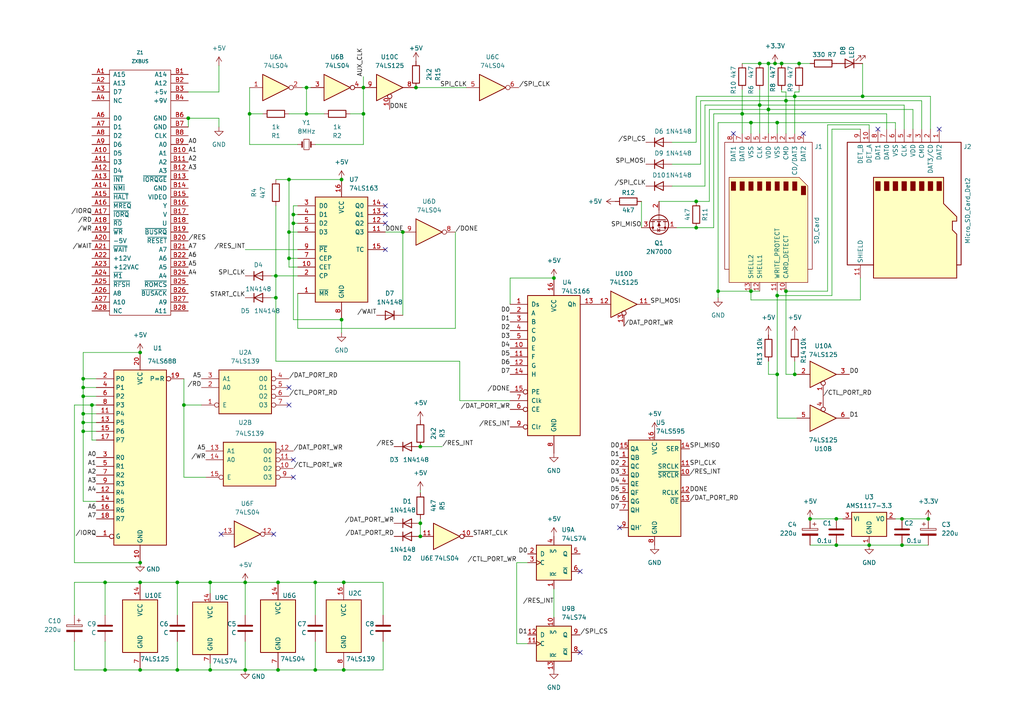
<source format=kicad_sch>
(kicad_sch (version 20230121) (generator eeschema)
  (paper "A4")
  (title_block (title "Hardware version of Z-Controller (SD Card)") (date "2024-08-21") (rev "V 0.1") (company "Mak7ym / 7FFD"))
  (junction (at 24.13 120.015))
  (junction (at 99.06 52.07))
  (junction (at 226.695 18.415))
  (junction (at 230.505 108.585))
  (junction (at 230.505 27.94))
  (junction (at 227.965 29.21))
  (junction (at 231.775 18.415))
  (junction (at 121.92 129.54))
  (junction (at 99.06 92.71))
  (junction (at 269.24 150.495))
  (junction (at 88.9 33.02))
  (junction (at 116.84 67.31))
  (junction (at 71.12 168.91))
  (junction (at 105.41 33.02))
  (junction (at 160.655 80.645))
  (junction (at 222.885 31.75))
  (junction (at 242.57 150.495))
  (junction (at 88.9 25.4))
  (junction (at 80.01 80.01))
  (junction (at 51.435 168.91))
  (junction (at 225.425 108.585))
  (junction (at 51.435 194.31))
  (junction (at 24.13 112.395))
  (junction (at 220.345 18.415))
  (junction (at 234.95 150.495))
  (junction (at 217.805 35.56))
  (junction (at 30.48 194.31))
  (junction (at 71.12 194.31))
  (junction (at 40.64 194.31))
  (junction (at 261.62 150.495))
  (junction (at 80.645 194.31))
  (junction (at 83.82 74.93))
  (junction (at 91.44 194.31))
  (junction (at 201.93 66.04))
  (junction (at 120.65 25.4))
  (junction (at 99.695 168.91))
  (junction (at 242.57 158.115))
  (junction (at 261.62 158.115))
  (junction (at 222.885 18.415))
  (junction (at 121.92 155.575))
  (junction (at 225.425 85.725))
  (junction (at 85.09 62.23))
  (junction (at 24.13 125.095))
  (junction (at 53.34 117.475))
  (junction (at 99.695 194.31))
  (junction (at 85.09 64.77))
  (junction (at 252.095 158.115))
  (junction (at 24.13 109.855))
  (junction (at 227.965 84.455))
  (junction (at 225.425 35.56))
  (junction (at 40.64 163.195))
  (junction (at 83.82 67.31))
  (junction (at 60.96 194.31))
  (junction (at 220.345 30.48))
  (junction (at 40.64 102.235))
  (junction (at 121.92 151.765))
  (junction (at 83.82 52.07))
  (junction (at 208.28 84.455))
  (junction (at 40.64 168.91))
  (junction (at 72.39 33.02))
  (junction (at 24.13 122.555))
  (junction (at 224.79 18.415))
  (junction (at 201.93 58.42))
  (junction (at 215.265 33.02))
  (junction (at 91.44 168.91))
  (junction (at 26.67 117.475))
  (junction (at 60.96 168.91))
  (junction (at 24.13 114.935))
  (junction (at 80.645 168.91))
  (junction (at 105.41 25.4))
  (junction (at 250.19 27.94))
  (junction (at 80.01 86.36))
  (junction (at 54.61 34.29))
  (junction (at 217.805 84.455))
  (junction (at 30.48 168.91))
  (no_connect (at 85.09 138.43))
  (no_connect (at 168.275 189.23))
  (no_connect (at 168.275 165.735))
  (no_connect (at 85.09 133.35))
  (no_connect (at 233.045 38.735))
  (no_connect (at 111.76 64.77))
  (no_connect (at 212.725 38.735))
  (no_connect (at 79.375 154.94))
  (no_connect (at 272.415 37.465))
  (no_connect (at 254.635 37.465))
  (no_connect (at 179.705 153.035))
  (no_connect (at 111.76 72.39))
  (no_connect (at 64.135 154.94))
  (no_connect (at 111.76 62.23))
  (no_connect (at 83.82 112.395))
  (no_connect (at 111.76 59.69))
  (no_connect (at 83.82 117.475))
  (wire (pts (xy 63.5 19.05) (xy 63.5 26.67)))
  (wire (pts (xy 208.28 84.455) (xy 208.28 35.56)))
  (wire (pts (xy 226.695 18.415) (xy 231.775 18.415)))
  (wire (pts (xy 60.96 194.31) (xy 71.12 194.31)))
  (wire (pts (xy 207.01 33.02) (xy 215.265 33.02)))
  (wire (pts (xy 225.425 85.725) (xy 225.425 108.585)))
  (wire (pts (xy 53.34 117.475) (xy 58.42 117.475)))
  (wire (pts (xy 204.47 30.48) (xy 220.345 30.48)))
  (wire (pts (xy 217.805 84.455) (xy 220.345 84.455)))
  (wire (pts (xy 24.13 145.415) (xy 24.13 125.095)))
  (wire (pts (xy 230.505 27.94) (xy 230.505 38.735)))
  (wire (pts (xy 153.035 186.69) (xy 149.86 186.69)))
  (wire (pts (xy 71.12 194.31) (xy 80.645 194.31)))
  (wire (pts (xy 105.41 25.4) (xy 105.41 33.02)))
  (wire (pts (xy 86.36 59.69) (xy 85.09 59.69)))
  (wire (pts (xy 201.93 58.42) (xy 205.74 58.42)))
  (wire (pts (xy 111.125 186.055) (xy 111.125 194.31)))
  (wire (pts (xy 222.885 18.415) (xy 224.79 18.415)))
  (wire (pts (xy 71.12 168.91) (xy 80.645 168.91)))
  (wire (pts (xy 261.62 150.495) (xy 269.24 150.495)))
  (wire (pts (xy 99.06 92.71) (xy 99.06 96.52)))
  (wire (pts (xy 54.61 34.29) (xy 54.61 36.83)))
  (wire (pts (xy 149.86 186.69) (xy 149.86 163.195)))
  (wire (pts (xy 241.3 85.725) (xy 225.425 85.725)))
  (wire (pts (xy 215.265 33.02) (xy 257.175 33.02)))
  (wire (pts (xy 132.08 67.31) (xy 132.08 95.25)))
  (wire (pts (xy 252.095 37.465) (xy 252.095 36.195)))
  (wire (pts (xy 220.345 26.035) (xy 220.345 30.48)))
  (wire (pts (xy 78.74 80.01) (xy 80.01 80.01)))
  (wire (pts (xy 27.94 114.935) (xy 24.13 114.935)))
  (wire (pts (xy 59.69 138.43) (xy 53.34 138.43)))
  (wire (pts (xy 227.965 84.455) (xy 240.03 84.455)))
  (wire (pts (xy 53.34 117.475) (xy 53.34 138.43)))
  (wire (pts (xy 111.76 67.31) (xy 116.84 67.31)))
  (wire (pts (xy 99.06 92.71) (xy 85.09 92.71)))
  (wire (pts (xy 208.28 35.56) (xy 217.805 35.56)))
  (wire (pts (xy 201.93 41.275) (xy 201.93 27.94)))
  (wire (pts (xy 80.645 194.31) (xy 91.44 194.31)))
  (wire (pts (xy 27.94 109.855) (xy 24.13 109.855)))
  (wire (pts (xy 257.175 33.02) (xy 257.175 37.465)))
  (wire (pts (xy 186.055 66.04) (xy 186.055 58.42)))
  (wire (pts (xy 21.59 168.91) (xy 30.48 168.91)))
  (wire (pts (xy 63.5 26.67) (xy 54.61 26.67)))
  (wire (pts (xy 225.425 35.56) (xy 217.805 35.56)))
  (wire (pts (xy 80.01 52.07) (xy 83.82 52.07)))
  (wire (pts (xy 72.39 25.4) (xy 72.39 33.02)))
  (wire (pts (xy 105.41 33.02) (xy 101.6 33.02)))
  (wire (pts (xy 264.795 37.465) (xy 264.795 31.75)))
  (wire (pts (xy 261.62 158.115) (xy 269.24 158.115)))
  (wire (pts (xy 250.19 27.94) (xy 230.505 27.94)))
  (wire (pts (xy 86.36 64.77) (xy 85.09 64.77)))
  (wire (pts (xy 203.2 29.21) (xy 227.965 29.21)))
  (wire (pts (xy 204.47 53.975) (xy 204.47 30.48)))
  (wire (pts (xy 71.12 168.91) (xy 71.12 178.435)))
  (wire (pts (xy 264.795 31.75) (xy 222.885 31.75)))
  (wire (pts (xy 231.775 26.67) (xy 230.505 26.67)))
  (wire (pts (xy 27.94 145.415) (xy 24.13 145.415)))
  (wire (pts (xy 241.3 37.465) (xy 241.3 85.725)))
  (wire (pts (xy 217.805 86.995) (xy 217.805 84.455)))
  (wire (pts (xy 231.775 18.415) (xy 234.95 18.415)))
  (wire (pts (xy 24.13 122.555) (xy 24.13 120.015)))
  (wire (pts (xy 222.885 31.75) (xy 222.885 38.735)))
  (wire (pts (xy 91.44 186.055) (xy 91.44 194.31)))
  (wire (pts (xy 60.96 168.91) (xy 71.12 168.91)))
  (wire (pts (xy 21.59 117.475) (xy 26.67 117.475)))
  (wire (pts (xy 83.82 52.07) (xy 99.06 52.07)))
  (wire (pts (xy 215.265 33.02) (xy 215.265 38.735)))
  (wire (pts (xy 220.345 18.415) (xy 222.885 18.415)))
  (wire (pts (xy 111.125 178.435) (xy 111.125 168.91)))
  (wire (pts (xy 85.09 59.69) (xy 85.09 62.23)))
  (wire (pts (xy 86.36 77.47) (xy 83.82 77.47)))
  (wire (pts (xy 215.265 26.035) (xy 215.265 33.02)))
  (wire (pts (xy 30.48 168.91) (xy 30.48 178.435)))
  (wire (pts (xy 230.505 104.775) (xy 230.505 108.585)))
  (wire (pts (xy 224.79 18.415) (xy 226.695 18.415)))
  (wire (pts (xy 121.92 129.54) (xy 128.27 129.54)))
  (wire (pts (xy 227.965 108.585) (xy 230.505 108.585)))
  (wire (pts (xy 234.95 158.115) (xy 242.57 158.115)))
  (wire (pts (xy 242.57 158.115) (xy 252.095 158.115)))
  (wire (pts (xy 21.59 186.055) (xy 21.59 194.31)))
  (wire (pts (xy 40.64 194.31) (xy 51.435 194.31)))
  (wire (pts (xy 21.59 178.435) (xy 21.59 168.91)))
  (wire (pts (xy 88.9 25.4) (xy 87.63 25.4)))
  (wire (pts (xy 207.01 66.04) (xy 207.01 33.02)))
  (wire (pts (xy 83.82 52.07) (xy 83.82 67.31)))
  (wire (pts (xy 91.44 168.91) (xy 99.695 168.91)))
  (wire (pts (xy 30.48 168.91) (xy 40.64 168.91)))
  (wire (pts (xy 194.945 47.625) (xy 203.2 47.625)))
  (wire (pts (xy 83.82 74.93) (xy 86.36 74.93)))
  (wire (pts (xy 227.965 26.67) (xy 227.965 29.21)))
  (wire (pts (xy 259.715 150.495) (xy 261.62 150.495)))
  (wire (pts (xy 149.86 163.195) (xy 153.035 163.195)))
  (wire (pts (xy 24.13 102.235) (xy 24.13 109.855)))
  (wire (pts (xy 220.345 30.48) (xy 220.345 38.735)))
  (wire (pts (xy 225.425 84.455) (xy 225.425 85.725)))
  (wire (pts (xy 80.01 59.69) (xy 80.01 80.01)))
  (wire (pts (xy 91.44 194.31) (xy 99.695 194.31)))
  (wire (pts (xy 86.36 41.91) (xy 72.39 41.91)))
  (wire (pts (xy 40.64 168.91) (xy 51.435 168.91)))
  (wire (pts (xy 63.5 34.29) (xy 54.61 34.29)))
  (wire (pts (xy 30.48 194.31) (xy 40.64 194.31)))
  (wire (pts (xy 26.67 127.635) (xy 27.94 127.635)))
  (wire (pts (xy 203.2 47.625) (xy 203.2 29.21)))
  (wire (pts (xy 267.335 37.465) (xy 267.335 29.21)))
  (wire (pts (xy 259.715 35.56) (xy 225.425 35.56)))
  (wire (pts (xy 51.435 186.055) (xy 51.435 194.31)))
  (wire (pts (xy 133.35 116.205) (xy 133.35 104.775)))
  (wire (pts (xy 234.95 150.495) (xy 242.57 150.495)))
  (wire (pts (xy 120.65 25.4) (xy 135.255 25.4)))
  (wire (pts (xy 147.955 80.645) (xy 160.655 80.645)))
  (wire (pts (xy 51.435 194.31) (xy 60.96 194.31)))
  (wire (pts (xy 30.48 186.055) (xy 30.48 194.31)))
  (wire (pts (xy 121.92 142.24) (xy 121.92 142.875)))
  (wire (pts (xy 27.94 112.395) (xy 24.13 112.395)))
  (wire (pts (xy 242.57 150.495) (xy 244.475 150.495)))
  (wire (pts (xy 225.425 38.735) (xy 225.425 35.56)))
  (wire (pts (xy 27.94 125.095) (xy 24.13 125.095)))
  (wire (pts (xy 196.215 66.04) (xy 201.93 66.04)))
  (wire (pts (xy 83.82 74.93) (xy 83.82 67.31)))
  (wire (pts (xy 63.5 36.83) (xy 63.5 34.29)))
  (wire (pts (xy 225.425 121.285) (xy 231.14 121.285)))
  (wire (pts (xy 72.39 33.02) (xy 76.2 33.02)))
  (wire (pts (xy 147.955 116.205) (xy 133.35 116.205)))
  (wire (pts (xy 105.41 41.91) (xy 105.41 33.02)))
  (wire (pts (xy 85.09 92.71) (xy 85.09 64.77)))
  (wire (pts (xy 121.92 151.765) (xy 121.92 155.575)))
  (wire (pts (xy 72.39 41.91) (xy 72.39 33.02)))
  (wire (pts (xy 78.74 86.36) (xy 80.01 86.36)))
  (wire (pts (xy 231.775 26.035) (xy 231.775 26.67)))
  (wire (pts (xy 85.09 64.77) (xy 85.09 62.23)))
  (wire (pts (xy 80.01 104.775) (xy 80.01 86.36)))
  (wire (pts (xy 252.095 36.195) (xy 240.03 36.195)))
  (wire (pts (xy 24.13 125.095) (xy 24.13 122.555)))
  (wire (pts (xy 194.945 41.275) (xy 201.93 41.275)))
  (wire (pts (xy 83.82 77.47) (xy 83.82 74.93)))
  (wire (pts (xy 111.125 168.91) (xy 99.695 168.91)))
  (wire (pts (xy 91.44 168.91) (xy 91.44 178.435)))
  (wire (pts (xy 205.74 58.42) (xy 205.74 31.75)))
  (wire (pts (xy 51.435 168.91) (xy 60.96 168.91)))
  (wire (pts (xy 226.695 26.67) (xy 227.965 26.67)))
  (wire (pts (xy 240.03 36.195) (xy 240.03 84.455)))
  (wire (pts (xy 88.9 33.02) (xy 93.98 33.02)))
  (wire (pts (xy 259.715 37.465) (xy 259.715 35.56)))
  (wire (pts (xy 51.435 168.91) (xy 51.435 178.435)))
  (wire (pts (xy 215.265 18.415) (xy 220.345 18.415)))
  (wire (pts (xy 230.505 26.67) (xy 230.505 27.94)))
  (wire (pts (xy 201.93 66.04) (xy 207.01 66.04)))
  (wire (pts (xy 24.13 120.015) (xy 27.94 120.015)))
  (wire (pts (xy 262.255 37.465) (xy 262.255 30.48)))
  (wire (pts (xy 40.64 102.235) (xy 24.13 102.235)))
  (wire (pts (xy 121.92 150.495) (xy 121.92 151.765)))
  (wire (pts (xy 88.9 25.4) (xy 88.9 33.02)))
  (wire (pts (xy 191.135 58.42) (xy 201.93 58.42)))
  (wire (pts (xy 249.555 37.465) (xy 241.3 37.465)))
  (wire (pts (xy 230.505 108.585) (xy 231.14 108.585)))
  (wire (pts (xy 208.28 84.455) (xy 217.805 84.455)))
  (wire (pts (xy 24.13 112.395) (xy 24.13 114.935)))
  (wire (pts (xy 71.12 72.39) (xy 86.36 72.39)))
  (wire (pts (xy 53.34 109.855) (xy 53.34 117.475)))
  (wire (pts (xy 24.13 122.555) (xy 27.94 122.555)))
  (wire (pts (xy 91.44 41.91) (xy 105.41 41.91)))
  (wire (pts (xy 222.885 18.415) (xy 222.885 31.75)))
  (wire (pts (xy 24.13 114.935) (xy 24.13 120.015)))
  (wire (pts (xy 116.84 91.44) (xy 116.84 67.31)))
  (wire (pts (xy 60.96 172.085) (xy 60.96 168.91)))
  (wire (pts (xy 249.555 86.995) (xy 217.805 86.995)))
  (wire (pts (xy 217.805 35.56) (xy 217.805 38.735)))
  (wire (pts (xy 105.41 22.225) (xy 105.41 25.4)))
  (wire (pts (xy 26.67 117.475) (xy 26.67 127.635)))
  (wire (pts (xy 80.645 168.91) (xy 91.44 168.91)))
  (wire (pts (xy 90.17 25.4) (xy 88.9 25.4)))
  (wire (pts (xy 80.01 86.36) (xy 80.01 80.01)))
  (wire (pts (xy 194.945 53.975) (xy 204.47 53.975)))
  (wire (pts (xy 24.13 109.855) (xy 24.13 112.395)))
  (wire (pts (xy 262.255 30.48) (xy 220.345 30.48)))
  (wire (pts (xy 27.94 117.475) (xy 26.67 117.475)))
  (wire (pts (xy 80.01 80.01) (xy 86.36 80.01)))
  (wire (pts (xy 250.19 27.94) (xy 269.875 27.94)))
  (wire (pts (xy 208.28 86.36) (xy 208.28 84.455)))
  (wire (pts (xy 225.425 108.585) (xy 225.425 121.285)))
  (wire (pts (xy 226.695 26.035) (xy 226.695 26.67)))
  (wire (pts (xy 132.08 95.25) (xy 86.36 95.25)))
  (wire (pts (xy 111.125 194.31) (xy 99.695 194.31)))
  (wire (pts (xy 222.885 108.585) (xy 222.885 104.775)))
  (wire (pts (xy 60.96 192.405) (xy 60.96 194.31)))
  (wire (pts (xy 201.93 27.94) (xy 230.505 27.94)))
  (wire (pts (xy 249.555 80.645) (xy 249.555 86.995)))
  (wire (pts (xy 85.09 62.23) (xy 86.36 62.23)))
  (wire (pts (xy 267.335 29.21) (xy 227.965 29.21)))
  (wire (pts (xy 86.36 67.31) (xy 83.82 67.31)))
  (wire (pts (xy 222.885 108.585) (xy 225.425 108.585)))
  (wire (pts (xy 205.74 31.75) (xy 222.885 31.75)))
  (wire (pts (xy 252.095 158.115) (xy 261.62 158.115)))
  (wire (pts (xy 269.875 27.94) (xy 269.875 37.465)))
  (wire (pts (xy 71.12 186.055) (xy 71.12 194.31)))
  (wire (pts (xy 227.965 29.21) (xy 227.965 38.735)))
  (wire (pts (xy 83.82 33.02) (xy 88.9 33.02)))
  (wire (pts (xy 21.59 194.31) (xy 30.48 194.31)))
  (wire (pts (xy 21.59 163.195) (xy 21.59 117.475)))
  (wire (pts (xy 133.35 104.775) (xy 80.01 104.775)))
  (wire (pts (xy 86.36 95.25) (xy 86.36 85.09)))
  (wire (pts (xy 147.955 88.265) (xy 147.955 80.645)))
  (wire (pts (xy 40.64 163.195) (xy 21.59 163.195)))
  (wire (pts (xy 250.19 18.415) (xy 250.19 27.94)))
  (wire (pts (xy 227.965 84.455) (xy 227.965 108.585)))
  (wire (pts (xy 160.655 170.815) (xy 160.655 179.07)))
  (label "{slash}DAT_PORT_RD" (at 83.82 109.855 0))
  (label "SPI_MISO" (at 200.025 130.175 0))
  (label "SPI_MOSI" (at 188.595 88.265 0))
  (label "D0" (at 153.035 160.655 180))
  (label "A5" (at 54.61 77.47 0))
  (label "{slash}RES_INT" (at 200.025 137.795 0))
  (label "D4" (at 179.705 140.335 180))
  (label "{slash}RES_INT" (at 71.12 72.39 180))
  (label "D1" (at 179.705 132.715 180))
  (label "{slash}IORQ" (at 26.67 62.23 180))
  (label "A5" (at 58.42 109.855 180))
  (label "A1" (at 27.94 135.255 180))
  (label "{slash}DAT_PORT_RD" (at 200.025 145.415 0))
  (label "D4" (at 147.955 100.965 180))
  (label "D2" (at 147.955 95.885 180))
  (label "DONE" (at 111.76 67.31 0))
  (label "{slash}RES" (at 114.3 129.54 180))
  (label "A3" (at 27.94 140.335 180))
  (label "A0" (at 27.94 132.715 180))
  (label "D0" (at 147.955 90.805 180))
  (label "D7" (at 147.955 108.585 180))
  (label "{slash}RES_INT" (at 147.955 123.825 180))
  (label "D6" (at 147.955 106.045 180))
  (label "{slash}DAT_PORT_WR" (at 147.955 118.745 180))
  (label "{slash}WAIT" (at 109.22 91.44 180))
  (label "{slash}WR" (at 59.69 133.35 180))
  (label "D1" (at 153.035 184.15 180))
  (label "{slash}DAT_PORT_RD" (at 114.3 155.575 180))
  (label "{slash}DONE" (at 132.08 67.31 0))
  (label "D1" (at 147.955 93.345 180))
  (label "{slash}RES_INT" (at 160.655 175.26 180))
  (label "A6" (at 27.94 147.955 180))
  (label "D0" (at 246.38 108.585 0))
  (label "{slash}DONE" (at 147.955 113.665 180))
  (label "D6" (at 179.705 145.415 180))
  (label "D3" (at 179.705 137.795 180))
  (label "A7" (at 54.61 72.39 0))
  (label "{slash}WR" (at 26.67 67.31 180))
  (label "{slash}CTL_PORT_RD" (at 238.76 114.935 0))
  (label "{slash}SPI_CS" (at 187.325 41.275 180))
  (label "{slash}CTL_PORT_WR" (at 85.09 135.89 0))
  (label "{slash}IORQ" (at 27.94 155.575 180))
  (label "SPI_CLK" (at 200.025 135.255 0))
  (label "{slash}CTL_PORT_RD" (at 83.82 114.935 0))
  (label "D2" (at 179.705 135.255 180))
  (label "A0" (at 54.61 41.91 0))
  (label "{slash}RD" (at 26.67 64.77 180))
  (label "A6" (at 54.61 74.93 0))
  (label "A5" (at 59.69 130.81 180))
  (label "SPI_MISO" (at 186.055 66.04 180))
  (label "DONE" (at 200.025 142.875 0))
  (label "{slash}SPI_CS" (at 168.275 184.15 0))
  (label "A3" (at 54.61 49.53 0))
  (label "{slash}DAT_PORT_WR" (at 114.3 151.765 180))
  (label "{slash}SPI_CLK" (at 150.495 25.4 0))
  (label "A2" (at 54.61 46.99 0))
  (label "{slash}SPI_CLK" (at 187.325 53.975 180))
  (label "SPI_MOSI" (at 187.325 47.625 180))
  (label "{slash}CTL_PORT_WR" (at 149.86 163.195 180))
  (label "D5" (at 147.955 103.505 180))
  (label "AUX_CLK" (at 105.41 22.225 90))
  (label "{slash}RES_INT" (at 128.27 129.54 0))
  (label "SPI_CLK" (at 71.12 80.01 180))
  (label "A4" (at 54.61 80.01 0))
  (label "D7" (at 179.705 147.955 180))
  (label "START_CLK" (at 137.16 155.575 0))
  (label "DONE" (at 113.03 31.75 0))
  (label "{slash}RES" (at 54.61 69.85 0))
  (label "D1" (at 246.38 121.285 0))
  (label "{slash}DAT_PORT_WR" (at 180.975 94.615 0))
  (label "A1" (at 54.61 44.45 0))
  (label "A7" (at 27.94 150.495 180))
  (label "{slash}DAT_PORT_WR" (at 85.09 130.81 0))
  (label "SPI_CLK" (at 127.635 25.4 0))
  (label "D5" (at 179.705 142.875 180))
  (label "A4" (at 27.94 142.875 180))
  (label "A2" (at 27.94 137.795 180))
  (label "{slash}RD" (at 58.42 112.395 180))
  (label "{slash}WAIT" (at 26.67 72.39 180))
  (label "START_CLK" (at 71.12 86.36 180))
  (label "D3" (at 147.955 98.425 180))
  (label "D0" (at 179.705 130.175 180))
  (symbol (lib_id "power:+5V") (at 178.435 58.42 90) (unit 1)
    (property "Reference" "#PWR015" (effects hide))
    (property "Value" "+5V" (at 174.625 58.42 90) (effects (justify left)))
  )
  (symbol (lib_id "power:GND") (at 63.5 36.83 0) (unit 1)
    (property "Reference" "#PWR02" (effects hide))
    (property "Value" "GND" (at 63.5 41.91 0))
  )
  (symbol (lib_id "74xx:74LS125") (at 238.76 108.585 0) (unit 1)
    (property "Reference" "U10" (at 238.76 100.33 0))
    (property "Value" "74LS125" (at 238.76 102.87 0))
    (property "Datasheet" "http://www.ti.com/lit/gpn/sn74LS125" (effects hide))
  )
  (symbol (lib_id "Connector:Micro_SD_Card_Det2") (at 262.255 60.325 270) (unit 1)
    (property "Reference" "J2" (at 279.4 42.545 90) (effects (justify left)))
    (property "Value" "Micro_SD_Card_Det2" (at 280.67 51.435 0) (effects (justify left)))
    (property "Datasheet" "https://www.hirose.com/en/product/document?clcode=&productname=&series=DM3&documenttype=Catalog&lang=en&documentid=D49662_en" (effects hide))
  )
  (symbol (lib_id "power:GND") (at 208.28 86.36 0) (unit 1)
    (property "Reference" "#PWR05" (effects hide))
    (property "Value" "GND" (at 208.28 91.44 0))
  )
  (symbol (lib_id "74xx:74LS125") (at 238.76 121.285 0) (mirror x) (unit 2)
    (property "Reference" "U10" (at 238.76 130.175 0))
    (property "Value" "74LS125" (at 238.76 127.635 0))
    (property "Datasheet" "http://www.ti.com/lit/gpn/sn74LS125" (effects hide))
  )
  (symbol (lib_id "Device:R") (at 222.885 100.965 0) (mirror x) (unit 1)
    (property "Reference" "R13" (at 220.345 104.14 90))
    (property "Value" "10k" (at 220.345 99.695 90))
  )
  (symbol (lib_id "74xx:74LS04") (at 71.755 154.94 0) (unit 6)
    (property "Reference" "U6" (at 71.755 146.05 0))
    (property "Value" "74LS04" (at 71.755 148.59 0))
    (property "Datasheet" "http://www.ti.com/lit/gpn/sn74LS04" (effects hide))
  )
  (symbol (lib_id "Diode:1N4148") (at 118.11 151.765 0) (mirror x) (unit 1)
    (property "Reference" "D1" (at 118.11 145.415 0))
    (property "Value" "1N4148" (at 116.84 147.955 0))
    (property "Footprint" "Diode_THT:D_DO-35_SOD27_P7.62mm_Horizontal" (effects hide))
    (property "Datasheet" "https://assets.nexperia.com/documents/data-sheet/1N4148_1N4448.pdf" (effects hide))
    (property "Sim.Device" "D" (effects hide))
    (property "Sim.Pins" "1=K 2=A" (effects hide))
  )
  (symbol (lib_id "Connector:SD_Card") (at 222.885 61.595 270) (unit 1)
    (property "Reference" "J1" (at 236.22 42.545 90) (effects (justify left)))
    (property "Value" "SD_Card" (at 236.855 62.865 0) (effects (justify left)))
    (property "Datasheet" "http://portal.fciconnect.com/Comergent//fci/drawing/10067847.pdf" (effects hide))
  )
  (symbol (lib_id "Device:R") (at 120.65 21.59 180) (unit 1)
    (property "Reference" "R15" (at 127 21.59 90))
    (property "Value" "2k2" (at 124.46 21.59 90))
  )
  (symbol (lib_id "power:GND") (at 252.095 158.115 0) (unit 1)
    (property "Reference" "#PWR016" (effects hide))
    (property "Value" "GND" (at 252.095 163.195 0))
  )
  (symbol (lib_id "Diode:1N4148") (at 191.135 41.275 0) (unit 1)
    (property "Reference" "D6" (at 191.135 38.1 0))
    (property "Value" "1N4148" (at 196.85 38.1 0))
    (property "Footprint" "Diode_THT:D_DO-35_SOD27_P7.62mm_Horizontal" (effects hide))
    (property "Datasheet" "https://assets.nexperia.com/documents/data-sheet/1N4148_1N4448.pdf" (effects hide))
    (property "Sim.Device" "D" (effects hide))
    (property "Sim.Pins" "1=K 2=A" (effects hide))
  )
  (symbol (lib_id "74xx:74LS04") (at 124.46 67.31 0) (unit 4)
    (property "Reference" "U6" (at 124.46 58.42 0))
    (property "Value" "74LS04" (at 124.46 60.96 0))
    (property "Datasheet" "http://www.ti.com/lit/gpn/sn74LS04" (effects hide))
  )
  (symbol (lib_id "power:GND") (at 189.865 158.115 0) (unit 1)
    (property "Reference" "#PWR08" (effects hide))
    (property "Value" "GND" (at 189.865 163.195 0))
  )
  (symbol (lib_id "power:GND") (at 160.655 194.31 0) (unit 1)
    (property "Reference" "#PWR019" (effects hide))
    (property "Value" "GND" (at 160.655 199.39 0))
  )
  (symbol (lib_id "74xx:74LS166") (at 160.655 106.045 0) (unit 1)
    (property "Reference" "U4" (at 164.465 81.915 0))
    (property "Value" "74LS166" (at 167.005 84.455 0))
    (property "Datasheet" "http://www.ti.com/lit/gpn/sn74LS166" (effects hide))
  )
  (symbol (lib_id "ZXBUS:ZXBUS") (at 31.75 102.87 0) (unit 1)
    (property "Reference" "Z1" (at 40.64 15.24 0) (effects (font (size 0.9906 0.9906))))
    (property "Value" "ZXBUS" (at 40.64 17.78 0) (effects (font (size 0.9906 0.9906))))
  )
  (symbol (lib_id "Device:R") (at 238.76 18.415 90) (mirror x) (unit 1)
    (property "Reference" "R7" (at 241.3 15.875 90))
    (property "Value" "330" (at 237.49 15.875 90))
  )
  (symbol (lib_id "74xx:74LS688") (at 40.64 132.715 0) (unit 1)
    (property "Reference" "U1" (at 45.72 100.965 0))
    (property "Value" "74LS688" (at 46.99 104.775 0))
    (property "Datasheet" "http://www.ti.com/lit/gpn/sn74LS688" (effects hide))
  )
  (symbol (lib_id "power:GND") (at 71.12 194.31 0) (unit 1)
    (property "Reference" "#PWR024" (effects hide))
    (property "Value" "GND" (at 74.93 196.215 0))
  )
  (symbol (lib_id "Device:C") (at 51.435 182.245 0) (unit 1)
    (property "Reference" "C6" (at 48.895 180.975 0) (effects (justify right)))
    (property "Value" "C" (at 48.895 183.515 0) (effects (justify right)))
  )
  (symbol (lib_id "power:+5V") (at 40.64 102.235 0) (unit 1)
    (property "Reference" "#PWR04" (effects hide))
    (property "Value" "+5V" (at 40.64 97.155 0))
  )
  (symbol (lib_id "74xx:74LS04") (at 80.645 181.61 0) (unit 7)
    (property "Reference" "U6" (at 81.915 172.72 0) (effects (justify left)))
    (property "Value" "74LS04" (at 81.28 191.135 0) (effects (justify left)))
    (property "Datasheet" "http://www.ti.com/lit/gpn/sn74LS04" (effects hide))
  )
  (symbol (lib_id "power:+5V") (at 120.65 17.78 0) (unit 1)
    (property "Reference" "#PWR025" (effects hide))
    (property "Value" "+5V" (at 120.65 13.97 0))
  )
  (symbol (lib_id "Device:C") (at 71.12 182.245 0) (unit 1)
    (property "Reference" "C5" (at 68.58 180.975 0) (effects (justify right)))
    (property "Value" "C" (at 68.58 183.515 0) (effects (justify right)))
  )
  (symbol (lib_id "power:+5V") (at 63.5 19.05 0) (unit 1)
    (property "Reference" "#PWR03" (effects hide))
    (property "Value" "+5V" (at 63.5 13.97 0))
  )
  (symbol (lib_id "74xx:74LS04") (at 129.54 155.575 0) (mirror x) (unit 5)
    (property "Reference" "U6" (at 123.825 161.925 0))
    (property "Value" "74LS04" (at 129.54 161.925 0))
    (property "Datasheet" "http://www.ti.com/lit/gpn/sn74LS04" (effects hide))
  )
  (symbol (lib_id "Device:R") (at 121.92 125.73 180) (unit 1)
    (property "Reference" "R3" (at 128.27 125.73 90))
    (property "Value" "2k2" (at 125.73 125.73 90))
  )
  (symbol (lib_id "power:+5V") (at 71.12 168.91 0) (unit 1)
    (property "Reference" "#PWR023" (effects hide))
    (property "Value" "+5V" (at 71.12 163.83 0))
  )
  (symbol (lib_id "power:+5V") (at 160.655 155.575 0) (unit 1)
    (property "Reference" "#PWR020" (effects hide))
    (property "Value" "+5V" (at 160.655 150.495 0))
  )
  (symbol (lib_id "74xx:74LS163") (at 99.06 72.39 0) (unit 1)
    (property "Reference" "U7" (at 101.2541 52.07 0) (effects (justify left)))
    (property "Value" "74LS163" (at 101.2541 54.61 0) (effects (justify left)))
    (property "Datasheet" "http://www.ti.com/lit/gpn/sn74LS163" (effects hide))
  )
  (symbol (lib_id "Device:LED") (at 246.38 18.415 180) (unit 1)
    (property "Reference" "D8" (at 244.475 13.335 90) (effects (justify left)))
    (property "Value" "LED" (at 247.015 13.335 90) (effects (justify left)))
  )
  (symbol (lib_id "74xx:74LS125") (at 113.03 25.4 0) (unit 3)
    (property "Reference" "U10" (at 113.03 16.51 0))
    (property "Value" "74LS125" (at 113.03 19.05 0))
    (property "Datasheet" "http://www.ti.com/lit/gpn/sn74LS125" (effects hide))
  )
  (symbol (lib_id "74xx:74LS74") (at 60.96 182.245 0) (unit 3)
    (property "Reference" "U9" (at 62.23 173.355 0) (effects (justify left)))
    (property "Value" "74LS74" (at 61.595 191.77 0) (effects (justify left)))
    (property "Datasheet" "74xx/74hc_hct74.pdf" (effects hide))
  )
  (symbol (lib_id "power:+5V") (at 234.95 150.495 0) (unit 1)
    (property "Reference" "#PWR014" (effects hide))
    (property "Value" "+5V" (at 234.95 145.415 0))
  )
  (symbol (lib_id "74xx:74LS04") (at 142.875 25.4 0) (unit 3)
    (property "Reference" "U6" (at 142.875 16.51 0))
    (property "Value" "74LS04" (at 142.875 19.05 0))
    (property "Datasheet" "http://www.ti.com/lit/gpn/sn74LS04" (effects hide))
  )
  (symbol (lib_id "Device:C") (at 242.57 154.305 0) (unit 1)
    (property "Reference" "C1" (at 241.3 151.765 0) (effects (justify right)))
    (property "Value" "0.1u" (at 241.3 156.845 0) (effects (justify right)))
  )
  (symbol (lib_id "Device:R") (at 226.695 22.225 0) (mirror x) (unit 1)
    (property "Reference" "R8" (at 224.155 25.4 90))
    (property "Value" "4k7" (at 224.155 20.955 90))
  )
  (symbol (lib_id "power:+5V") (at 222.885 97.155 0) (unit 1)
    (property "Reference" "#PWR022" (effects hide))
    (property "Value" "+5V" (at 222.885 92.075 0))
  )
  (symbol (lib_id "Device:R") (at 231.775 22.225 0) (mirror x) (unit 1)
    (property "Reference" "R9" (at 229.235 25.4 90))
    (property "Value" "4k7" (at 229.235 20.955 90))
  )
  (symbol (lib_id "power:+3.3V") (at 269.24 150.495 0) (unit 1)
    (property "Reference" "#PWR017" (effects hide))
    (property "Value" "+3.3V" (at 269.24 145.415 0))
  )
  (symbol (lib_id "Device:R") (at 80.01 55.88 0) (mirror x) (unit 1)
    (property "Reference" "R4" (at 73.66 55.88 90))
    (property "Value" "4k7" (at 76.2 55.88 90))
  )
  (symbol (lib_id "Device:R") (at 215.265 22.225 0) (mirror x) (unit 1)
    (property "Reference" "R10" (at 212.725 25.4 90))
    (property "Value" "4k7" (at 212.725 20.955 90))
  )
  (symbol (lib_id "power:+5V") (at 99.06 52.07 0) (unit 1)
    (property "Reference" "#PWR012" (effects hide))
    (property "Value" "+5V" (at 99.06 46.99 0))
  )
  (symbol (lib_id "Regulator_Linear:AMS1117-3.3") (at 252.095 150.495 0) (unit 1)
    (property "Reference" "U3" (at 252.095 144.145 0))
    (property "Value" "AMS1117-3.3" (at 252.095 146.685 0))
    (property "Footprint" "Package_TO_SOT_SMD:SOT-223-3_TabPin2" (effects hide))
    (property "Datasheet" "http://www.advanced-monolithic.com/pdf/ds1117.pdf" (effects hide))
  )
  (symbol (lib_id "Diode:1N4148") (at 113.03 91.44 180) (unit 1)
    (property "Reference" "D7" (at 113.03 85.09 0))
    (property "Value" "1N4148" (at 113.03 87.63 0))
    (property "Footprint" "Diode_THT:D_DO-35_SOD27_P7.62mm_Horizontal" (effects hide))
    (property "Datasheet" "https://assets.nexperia.com/documents/data-sheet/1N4148_1N4448.pdf" (effects hide))
    (property "Sim.Device" "D" (effects hide))
    (property "Sim.Pins" "1=K 2=A" (effects hide))
  )
  (symbol (lib_id "74xx:74LS04") (at 97.79 25.4 0) (unit 2)
    (property "Reference" "U6" (at 97.79 16.51 0))
    (property "Value" "74LS04" (at 97.79 19.05 0))
    (property "Datasheet" "http://www.ti.com/lit/gpn/sn74LS04" (effects hide))
  )
  (symbol (lib_id "Device:R") (at 220.345 22.225 0) (mirror x) (unit 1)
    (property "Reference" "R6" (at 217.805 26.035 90))
    (property "Value" "4k7" (at 217.805 20.955 90))
  )
  (symbol (lib_id "74xx:74LS74") (at 160.655 186.69 0) (unit 2)
    (property "Reference" "U9" (at 162.8491 176.53 0) (effects (justify left)))
    (property "Value" "74LS74" (at 162.8491 179.07 0) (effects (justify left)))
    (property "Datasheet" "74xx/74hc_hct74.pdf" (effects hide))
  )
  (symbol (lib_id "Device:C") (at 111.125 182.245 0) (unit 1)
    (property "Reference" "C8" (at 108.585 180.975 0) (effects (justify right)))
    (property "Value" "C" (at 108.585 183.515 0) (effects (justify right)))
  )
  (symbol (lib_id "Diode:1N4148") (at 74.93 86.36 0) (unit 1)
    (property "Reference" "D5" (at 71.12 90.17 0))
    (property "Value" "1N4148" (at 77.47 90.17 0))
    (property "Footprint" "Diode_THT:D_DO-35_SOD27_P7.62mm_Horizontal" (effects hide))
    (property "Datasheet" "https://assets.nexperia.com/documents/data-sheet/1N4148_1N4448.pdf" (effects hide))
    (property "Sim.Device" "D" (effects hide))
    (property "Sim.Pins" "1=K 2=A" (effects hide))
  )
  (symbol (lib_id "power:GND") (at 160.655 131.445 0) (unit 1)
    (property "Reference" "#PWR07" (effects hide))
    (property "Value" "GND" (at 160.655 136.525 0))
  )
  (symbol (lib_id "74xx:74LS139") (at 99.695 181.61 0) (unit 3)
    (property "Reference" "U2" (at 100.965 172.085 0) (effects (justify left)))
    (property "Value" "74LS139" (at 100.33 191.135 0) (effects (justify left)))
    (property "Datasheet" "http://www.ti.com/lit/ds/symlink/sn74ls139a.pdf" (effects hide))
  )
  (symbol (lib_id "Device:R") (at 230.505 100.965 0) (mirror y) (unit 1)
    (property "Reference" "R14" (at 233.045 103.505 90))
    (property "Value" "10k" (at 233.045 99.695 90))
  )
  (symbol (lib_id "Device:R") (at 121.92 146.685 180) (unit 1)
    (property "Reference" "R5" (at 128.27 146.685 90))
    (property "Value" "4k7" (at 125.73 146.685 90))
  )
  (symbol (lib_id "power:+5V") (at 121.92 142.24 0) (unit 1)
    (property "Reference" "#PWR011" (effects hide))
    (property "Value" "+5V" (at 121.92 137.16 0))
  )
  (symbol (lib_id "Diode:1N4148") (at 118.11 155.575 0) (unit 1)
    (property "Reference" "D2" (at 118.11 161.925 0))
    (property "Value" "1N4148" (at 116.84 159.385 0))
    (property "Footprint" "Diode_THT:D_DO-35_SOD27_P7.62mm_Horizontal" (effects hide))
    (property "Datasheet" "https://assets.nexperia.com/documents/data-sheet/1N4148_1N4448.pdf" (effects hide))
    (property "Sim.Device" "D" (effects hide))
    (property "Sim.Pins" "1=K 2=A" (effects hide))
  )
  (symbol (lib_id "Device:R") (at 201.93 62.23 0) (mirror x) (unit 1)
    (property "Reference" "R11" (at 204.47 62.23 90))
    (property "Value" "4k7" (at 199.39 62.23 90))
  )
  (symbol (lib_id "Device:C") (at 261.62 154.305 0) (mirror y) (unit 1)
    (property "Reference" "C2" (at 262.255 151.765 0) (effects (justify right)))
    (property "Value" "0.1u" (at 262.89 156.845 0) (effects (justify right)))
  )
  (symbol (lib_id "74xx:74LS74") (at 160.655 163.195 0) (unit 1)
    (property "Reference" "U9" (at 162.8491 153.67 0) (effects (justify left)))
    (property "Value" "74LS74" (at 162.8491 156.21 0) (effects (justify left)))
    (property "Datasheet" "74xx/74hc_hct74.pdf" (effects hide))
  )
  (symbol (lib_id "Diode:1N4148") (at 191.135 53.975 0) (unit 1)
    (property "Reference" "D10" (at 191.135 50.8 0))
    (property "Value" "1N4148" (at 196.85 50.8 0))
    (property "Footprint" "Diode_THT:D_DO-35_SOD27_P7.62mm_Horizontal" (effects hide))
    (property "Datasheet" "https://assets.nexperia.com/documents/data-sheet/1N4148_1N4448.pdf" (effects hide))
    (property "Sim.Device" "D" (effects hide))
    (property "Sim.Pins" "1=K 2=A" (effects hide))
  )
  (symbol (lib_id "74xx:74LS595") (at 189.865 140.335 0) (mirror y) (unit 1)
    (property "Reference" "U5" (at 190.2109 122.555 0) (effects (justify right)))
    (property "Value" "74LS595" (at 190.2109 125.095 0) (effects (justify right)))
    (property "Datasheet" "http://www.ti.com/lit/gpn/sn74ls595" (effects hide))
  )
  (symbol (lib_id "74xx:74LS139") (at 71.12 112.395 0) (unit 1)
    (property "Reference" "U2" (at 71.12 102.235 0))
    (property "Value" "74LS139" (at 71.12 104.775 0))
    (property "Datasheet" "http://www.ti.com/lit/ds/symlink/sn74ls139a.pdf" (effects hide))
  )
  (symbol (lib_id "Device:R") (at 97.79 33.02 90) (unit 1)
    (property "Reference" "R2" (at 97.79 39.37 90))
    (property "Value" "1k" (at 97.79 36.83 90))
  )
  (symbol (lib_id "Diode:1N4148") (at 118.11 129.54 0) (unit 1)
    (property "Reference" "D3" (at 114.3 133.35 0))
    (property "Value" "1N4148" (at 120.65 133.35 0))
    (property "Footprint" "Diode_THT:D_DO-35_SOD27_P7.62mm_Horizontal" (effects hide))
    (property "Datasheet" "https://assets.nexperia.com/documents/data-sheet/1N4148_1N4448.pdf" (effects hide))
    (property "Sim.Device" "D" (effects hide))
    (property "Sim.Pins" "1=K 2=A" (effects hide))
  )
  (symbol (lib_id "Device:C_Polarized") (at 269.24 154.305 0) (unit 1)
    (property "Reference" "C3" (at 273.05 152.146 0) (effects (justify left)))
    (property "Value" "220u" (at 273.05 154.686 0) (effects (justify left)))
  )
  (symbol (lib_id "Diode:1N4148") (at 191.135 47.625 0) (unit 1)
    (property "Reference" "D9" (at 191.135 44.45 0))
    (property "Value" "1N4148" (at 196.85 44.45 0))
    (property "Footprint" "Diode_THT:D_DO-35_SOD27_P7.62mm_Horizontal" (effects hide))
    (property "Datasheet" "https://assets.nexperia.com/documents/data-sheet/1N4148_1N4448.pdf" (effects hide))
    (property "Sim.Device" "D" (effects hide))
    (property "Sim.Pins" "1=K 2=A" (effects hide))
  )
  (symbol (lib_id "Diode:1N4148") (at 74.93 80.01 0) (unit 1)
    (property "Reference" "D4" (at 74.93 76.835 0))
    (property "Value" "1N4148" (at 74.93 83.82 0))
    (property "Footprint" "Diode_THT:D_DO-35_SOD27_P7.62mm_Horizontal" (effects hide))
    (property "Datasheet" "https://assets.nexperia.com/documents/data-sheet/1N4148_1N4448.pdf" (effects hide))
    (property "Sim.Device" "D" (effects hide))
    (property "Sim.Pins" "1=K 2=A" (effects hide))
  )
  (symbol (lib_id "Device:C_Polarized") (at 21.59 182.245 0) (mirror y) (unit 1)
    (property "Reference" "C10" (at 17.78 180.086 0) (effects (justify left)))
    (property "Value" "220u" (at 17.78 182.626 0) (effects (justify left)))
  )
  (symbol (lib_id "Device:R") (at 80.01 33.02 90) (unit 1)
    (property "Reference" "R1" (at 80.01 39.37 90))
    (property "Value" "1k" (at 80.01 36.83 90))
  )
  (symbol (lib_id "Transistor_FET:2N7000") (at 191.135 63.5 90) (mirror x) (unit 1)
    (property "Reference" "Q1" (at 191.135 70.485 90))
    (property "Value" "2N7000" (at 191.135 73.025 90))
    (property "Footprint" "Package_TO_SOT_THT:TO-92_Inline" (effects hide))
    (property "Datasheet" "https://www.vishay.com/docs/70226/70226.pdf" (effects hide))
  )
  (symbol (lib_id "Device:R") (at 182.245 58.42 270) (mirror x) (unit 1)
    (property "Reference" "R12" (at 182.245 55.88 90))
    (property "Value" "4k7" (at 182.245 60.96 90))
  )
  (symbol (lib_id "power:+5V") (at 230.505 97.155 0) (unit 1)
    (property "Reference" "#PWR021" (effects hide))
    (property "Value" "+5V" (at 230.505 92.075 0))
  )
  (symbol (lib_id "Device:C") (at 30.48 182.245 0) (unit 1)
    (property "Reference" "C9" (at 27.94 180.975 0) (effects (justify right)))
    (property "Value" "C" (at 27.94 183.515 0) (effects (justify right)))
  )
  (symbol (lib_id "power:+5V") (at 121.92 121.92 0) (unit 1)
    (property "Reference" "#PWR010" (effects hide))
    (property "Value" "+5V" (at 121.92 116.84 0))
  )
  (symbol (lib_id "power:+5V") (at 189.865 125.095 0) (unit 1)
    (property "Reference" "#PWR09" (effects hide))
    (property "Value" "+5V" (at 189.865 120.015 0))
  )
  (symbol (lib_id "power:GND") (at 40.64 163.195 0) (unit 1)
    (property "Reference" "#PWR01" (effects hide))
    (property "Value" "GND" (at 44.45 165.1 0))
  )
  (symbol (lib_id "power:+3.3V") (at 224.79 18.415 0) (unit 1)
    (property "Reference" "#PWR018" (effects hide))
    (property "Value" "+3.3V" (at 224.79 13.335 0))
  )
  (symbol (lib_id "Device:C_Polarized") (at 234.95 154.305 0) (mirror y) (unit 1)
    (property "Reference" "C4" (at 231.14 152.146 0) (effects (justify left)))
    (property "Value" "220u" (at 231.14 154.686 0) (effects (justify left)))
  )
  (symbol (lib_id "74xx:74LS04") (at 80.01 25.4 0) (unit 1)
    (property "Reference" "U6" (at 80.01 16.51 0))
    (property "Value" "74LS04" (at 80.01 19.05 0))
    (property "Datasheet" "http://www.ti.com/lit/gpn/sn74LS04" (effects hide))
  )
  (symbol (lib_id "74xx:74LS125") (at 180.975 88.265 0) (unit 4)
    (property "Reference" "U10" (at 180.975 79.375 0))
    (property "Value" "74LS125" (at 180.975 81.915 0))
    (property "Datasheet" "http://www.ti.com/lit/gpn/sn74LS125" (effects hide))
  )
  (symbol (lib_id "power:GND") (at 99.06 96.52 0) (unit 1)
    (property "Reference" "#PWR013" (effects hide))
    (property "Value" "GND" (at 99.06 101.6 0))
  )
  (symbol (lib_id "Device:Crystal_Small") (at 88.9 41.91 0) (unit 1)
    (property "Reference" "Y1" (at 88.9 35.56 0))
    (property "Value" "8MHz" (at 88.9 38.1 0))
  )
  (symbol (lib_id "74xx:74LS139") (at 72.39 133.35 0) (unit 2)
    (property "Reference" "U2" (at 71.12 122.555 0))
    (property "Value" "74LS139" (at 72.39 125.73 0))
    (property "Datasheet" "http://www.ti.com/lit/ds/symlink/sn74ls139a.pdf" (effects hide))
  )
  (symbol (lib_id "power:+5V") (at 160.655 80.645 0) (unit 1)
    (property "Reference" "#PWR06" (effects hide))
    (property "Value" "+5V" (at 160.655 75.565 0))
  )
  (symbol (lib_id "Device:C") (at 91.44 182.245 0) (unit 1)
    (property "Reference" "C7" (at 88.9 180.975 0) (effects (justify right)))
    (property "Value" "C" (at 88.9 183.515 0) (effects (justify right)))
  )
  (symbol (lib_id "74xx:74LS125") (at 40.64 181.61 0) (unit 5)
    (property "Reference" "U10" (at 41.91 172.72 0) (effects (justify left)))
    (property "Value" "74LS125" (at 40.64 191.135 0) (effects (justify left)))
    (property "Datasheet" "http://www.ti.com/lit/gpn/sn74LS125" (effects hide))
  )
  (sheet (at 14.605 214.63) (size 31.75 11.43) (stroke (width 0.1524))
    (property "Sheetname" "Time Diagrams" (at 14.605 213.9184 0) (effects (justify left bottom)))
    (property "Sheetfile" "zx-sdc-time-diagrams.kicad_sch" (at 14.605 226.6446 0) (effects (justify left top)))
  )
)
</source>
